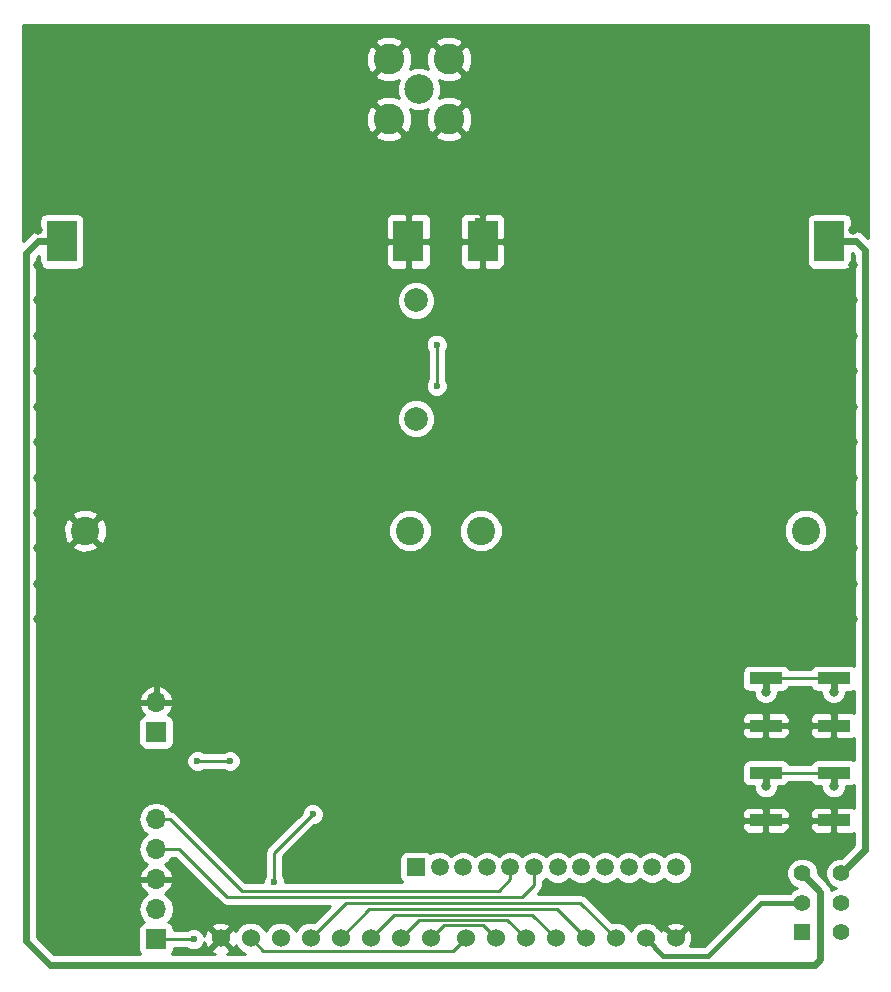
<source format=gbr>
G04 #@! TF.FileFunction,Copper,L2,Bot,Signal*
%FSLAX46Y46*%
G04 Gerber Fmt 4.6, Leading zero omitted, Abs format (unit mm)*
G04 Created by KiCad (PCBNEW 4.0.7) date 01/28/18 20:20:08*
%MOMM*%
%LPD*%
G01*
G04 APERTURE LIST*
%ADD10C,0.100000*%
%ADD11C,0.800000*%
%ADD12R,1.500000X1.500000*%
%ADD13C,1.500000*%
%ADD14R,2.750000X1.000000*%
%ADD15C,2.000000*%
%ADD16C,2.400000*%
%ADD17R,2.540000X3.510000*%
%ADD18R,1.700000X1.700000*%
%ADD19O,1.700000X1.700000*%
%ADD20R,1.400000X1.400000*%
%ADD21C,1.400000*%
%ADD22C,1.524000*%
%ADD23C,2.500000*%
%ADD24C,2.600000*%
%ADD25C,0.600000*%
%ADD26C,0.600000*%
%ADD27C,0.250000*%
%ADD28C,0.450000*%
%ADD29C,0.254000*%
G04 APERTURE END LIST*
D10*
D11*
X206000000Y-103000000D03*
X206000000Y-100000000D03*
X206000000Y-97000000D03*
X206000000Y-94000000D03*
X206000000Y-91000000D03*
X206000000Y-88000000D03*
X206000000Y-85000000D03*
X206000000Y-82000000D03*
X206000000Y-79000000D03*
X206000000Y-76000000D03*
X206000000Y-73000000D03*
X206000000Y-70000000D03*
X206000000Y-67000000D03*
X206000000Y-64000000D03*
X206000000Y-61000000D03*
X206000000Y-58000000D03*
X137000000Y-103000000D03*
X151000000Y-53000000D03*
X166000000Y-53000000D03*
X184000000Y-53000000D03*
X205000000Y-53000000D03*
X187000000Y-105000000D03*
X137000000Y-100000000D03*
X154000000Y-53000000D03*
X169000000Y-53000000D03*
X181000000Y-53000000D03*
X202000000Y-53000000D03*
X190000000Y-105000000D03*
X137000000Y-97000000D03*
X139000000Y-53000000D03*
X163000000Y-53000000D03*
X178000000Y-53000000D03*
X199000000Y-53000000D03*
X193000000Y-105000000D03*
X137000000Y-94000000D03*
X137000000Y-61000000D03*
X157000000Y-53000000D03*
X175000000Y-53000000D03*
X196000000Y-53000000D03*
X196000000Y-105000000D03*
X137000000Y-91000000D03*
X137000000Y-70000000D03*
X142000000Y-53000000D03*
X172000000Y-53000000D03*
X193000000Y-53000000D03*
X199000000Y-105000000D03*
X181000000Y-105000000D03*
X137000000Y-88000000D03*
X137000000Y-73000000D03*
X137000000Y-55000000D03*
X160000000Y-53000000D03*
X190000000Y-53000000D03*
X202000000Y-105000000D03*
X175000000Y-105000000D03*
X137000000Y-85000000D03*
X137000000Y-76000000D03*
X137000000Y-64000000D03*
X145000000Y-53000000D03*
X187000000Y-53000000D03*
X205000000Y-105000000D03*
X169000000Y-105000000D03*
X137000000Y-82000000D03*
X137000000Y-79000000D03*
X137000000Y-67000000D03*
X137000000Y-58000000D03*
X148000000Y-53000000D03*
X206000000Y-55000000D03*
X184000000Y-105000000D03*
X138000000Y-105000000D03*
X141000000Y-105000000D03*
X144000000Y-105000000D03*
X150000000Y-105000000D03*
X162000000Y-105000000D03*
X159000000Y-105000000D03*
X156000000Y-105000000D03*
X147000000Y-105000000D03*
D12*
X169000000Y-124000000D03*
D13*
X171000000Y-124000000D03*
X173000000Y-124000000D03*
X175000000Y-124000000D03*
X177000000Y-124000000D03*
X179000000Y-124000000D03*
X181000000Y-124000000D03*
X183000000Y-124000000D03*
X185000000Y-124000000D03*
X187000000Y-124000000D03*
X189000000Y-124000000D03*
X191000000Y-124000000D03*
D14*
X198625000Y-112000000D03*
X204375000Y-112000000D03*
X204375000Y-108000000D03*
X198625000Y-108000000D03*
D15*
X169000000Y-76000000D03*
X169000000Y-86000000D03*
D16*
X202000000Y-95500000D03*
X174500000Y-95500000D03*
D17*
X139000000Y-71000000D03*
X168360000Y-71000000D03*
X174640000Y-71000000D03*
X204000000Y-71000000D03*
D18*
X147000000Y-130080000D03*
D19*
X147000000Y-127540000D03*
X147000000Y-125000000D03*
X147000000Y-122460000D03*
X147000000Y-119920000D03*
D16*
X168500000Y-95500000D03*
X141000000Y-95500000D03*
D14*
X198625000Y-120000000D03*
X204375000Y-120000000D03*
X204375000Y-116000000D03*
X198625000Y-116000000D03*
D20*
X201700000Y-129500000D03*
D21*
X201700000Y-127000000D03*
X201700000Y-124500000D03*
X205000000Y-129500000D03*
X205000000Y-127000000D03*
X205000000Y-124500000D03*
D11*
X153000000Y-105000000D03*
D22*
X190990000Y-130000000D03*
X188450000Y-130000000D03*
X185910000Y-130000000D03*
X183370000Y-130000000D03*
X180830000Y-130000000D03*
X178290000Y-130000000D03*
X175750000Y-130000000D03*
X173210000Y-130000000D03*
X170240000Y-130000000D03*
X167700000Y-130000000D03*
X165160000Y-130000000D03*
X162620000Y-130000000D03*
X160080000Y-130000000D03*
X157540000Y-130000000D03*
X155000000Y-130000000D03*
X152460000Y-130000000D03*
D18*
X147000000Y-112540000D03*
D19*
X147000000Y-110000000D03*
D23*
X169250000Y-58110000D03*
D24*
X171790000Y-55570000D03*
X166710000Y-55570000D03*
X166710000Y-60650000D03*
X171790000Y-60650000D03*
D11*
X204375000Y-118875000D03*
X198625000Y-118875000D03*
X204375000Y-110875000D03*
X173750000Y-74750000D03*
D25*
X174250000Y-69250000D03*
D11*
X198625000Y-110875000D03*
X156425000Y-120575000D03*
X160250000Y-121500000D03*
X198650000Y-63800000D03*
D25*
X165651699Y-72500982D03*
X203400000Y-82150000D03*
X203250000Y-80500000D03*
X177750000Y-81500000D03*
D11*
X181300000Y-76450000D03*
X185400000Y-76600000D03*
X191100000Y-81350000D03*
X191350000Y-77150000D03*
X203250000Y-85500000D03*
X194000000Y-74250000D03*
X195200000Y-70950000D03*
X201600000Y-67350000D03*
X165300000Y-66200000D03*
X173500000Y-64000000D03*
X181800000Y-55800000D03*
D25*
X170750000Y-79750000D03*
X170750000Y-83250000D03*
X150500000Y-115000000D03*
X153250000Y-115000000D03*
X150170000Y-130080000D03*
X157000000Y-125250000D03*
X160250000Y-119500000D03*
D11*
X204375000Y-109125000D03*
X198625000Y-109125000D03*
X204375000Y-117125000D03*
X198625000Y-117125000D03*
D26*
X204375000Y-118875000D02*
X204375000Y-120000000D01*
X198625000Y-120000000D02*
X198625000Y-118875000D01*
X204375000Y-112000000D02*
X204375000Y-110875000D01*
X198625000Y-112000000D02*
X198625000Y-110875000D01*
X139000000Y-72000000D02*
X138000000Y-71000000D01*
X138000000Y-71000000D02*
X137000000Y-71000000D01*
X137000000Y-71000000D02*
X136000000Y-72000000D01*
X136000000Y-72000000D02*
X136000000Y-130250000D01*
X202750000Y-132250000D02*
X203250000Y-131750000D01*
X136000000Y-130250000D02*
X138000000Y-132250000D01*
X138000000Y-132250000D02*
X202750000Y-132250000D01*
X203250000Y-131750000D02*
X203250000Y-126050000D01*
X203250000Y-126050000D02*
X201700000Y-124500000D01*
X204000000Y-72000000D02*
X205000000Y-71000000D01*
X205000000Y-71000000D02*
X206250000Y-71000000D01*
X206250000Y-71000000D02*
X207000000Y-71750000D01*
X207000000Y-122500000D02*
X205000000Y-124500000D01*
X207000000Y-71750000D02*
X207000000Y-122500000D01*
D27*
X170750000Y-83250000D02*
X170750000Y-79750000D01*
X150500000Y-115000000D02*
X153250000Y-115000000D01*
X147000000Y-130080000D02*
X150170000Y-130080000D01*
D28*
X201700000Y-127000000D02*
X198250000Y-127000000D01*
X189950000Y-131500000D02*
X188450000Y-130000000D01*
X193750000Y-131500000D02*
X189950000Y-131500000D01*
X198250000Y-127000000D02*
X193750000Y-131500000D01*
D27*
X176000000Y-126000000D02*
X177000000Y-125000000D01*
X177000000Y-125000000D02*
X177000000Y-124000000D01*
X154250000Y-126000000D02*
X176000000Y-126000000D01*
X148170000Y-119920000D02*
X154250000Y-126000000D01*
X147000000Y-119920000D02*
X148170000Y-119920000D01*
X178000000Y-126500000D02*
X179000000Y-125500000D01*
X179000000Y-125500000D02*
X179000000Y-124000000D01*
X153000000Y-126500000D02*
X178000000Y-126500000D01*
X148960000Y-122460000D02*
X153000000Y-126500000D01*
X147000000Y-122460000D02*
X148960000Y-122460000D01*
X170240000Y-130000000D02*
X170250000Y-130000000D01*
X170250000Y-130000000D02*
X171337001Y-128912999D01*
X171337001Y-128912999D02*
X174662999Y-128912999D01*
X174662999Y-128912999D02*
X174988001Y-129238001D01*
X174988001Y-129238001D02*
X175750000Y-130000000D01*
X178290000Y-130000000D02*
X176752989Y-128462989D01*
X176752989Y-128462989D02*
X169237011Y-128462989D01*
X169237011Y-128462989D02*
X167700000Y-130000000D01*
X180830000Y-130000000D02*
X178842983Y-128012983D01*
X165921999Y-129238001D02*
X165160000Y-130000000D01*
X178842983Y-128012983D02*
X167147017Y-128012983D01*
X167147017Y-128012983D02*
X165921999Y-129238001D01*
X162620000Y-130000000D02*
X165057034Y-127562966D01*
X165057034Y-127562966D02*
X180932966Y-127562966D01*
X180932966Y-127562966D02*
X183370000Y-130000000D01*
X185910000Y-130000000D02*
X182934955Y-127024956D01*
X182934955Y-127024956D02*
X163055044Y-127024956D01*
X163055044Y-127024956D02*
X160841999Y-129238001D01*
X160841999Y-129238001D02*
X160080000Y-130000000D01*
X157000000Y-125250000D02*
X157000000Y-122750000D01*
X157000000Y-122750000D02*
X160250000Y-119500000D01*
X155000000Y-130000000D02*
X156087001Y-131087001D01*
X156087001Y-131087001D02*
X172122999Y-131087001D01*
X172122999Y-131087001D02*
X172448001Y-130761999D01*
X172448001Y-130761999D02*
X173210000Y-130000000D01*
D26*
X204375000Y-108000000D02*
X204375000Y-109125000D01*
D27*
X198625000Y-108000000D02*
X204375000Y-108000000D01*
D26*
X198625000Y-109125000D02*
X198625000Y-108000000D01*
D27*
X198625000Y-116000000D02*
X204375000Y-116000000D01*
D26*
X204375000Y-116000000D02*
X204375000Y-117125000D01*
X198625000Y-116000000D02*
X198625000Y-117125000D01*
D29*
G36*
X207290000Y-70717710D02*
X206911145Y-70338855D01*
X206607809Y-70136173D01*
X206250000Y-70065000D01*
X205917440Y-70065000D01*
X205917440Y-69245000D01*
X205873162Y-69009683D01*
X205734090Y-68793559D01*
X205521890Y-68648569D01*
X205270000Y-68597560D01*
X202730000Y-68597560D01*
X202494683Y-68641838D01*
X202278559Y-68780910D01*
X202133569Y-68993110D01*
X202082560Y-69245000D01*
X202082560Y-72755000D01*
X202126838Y-72990317D01*
X202265910Y-73206441D01*
X202478110Y-73351431D01*
X202730000Y-73402440D01*
X205270000Y-73402440D01*
X205505317Y-73358162D01*
X205721441Y-73219090D01*
X205866431Y-73006890D01*
X205917440Y-72755000D01*
X205917440Y-71989730D01*
X206065000Y-72137290D01*
X206065000Y-106946690D01*
X206001890Y-106903569D01*
X205750000Y-106852560D01*
X203000000Y-106852560D01*
X202764683Y-106896838D01*
X202548559Y-107035910D01*
X202409110Y-107240000D01*
X200587279Y-107240000D01*
X200464090Y-107048559D01*
X200251890Y-106903569D01*
X200000000Y-106852560D01*
X197250000Y-106852560D01*
X197014683Y-106896838D01*
X196798559Y-107035910D01*
X196653569Y-107248110D01*
X196602560Y-107500000D01*
X196602560Y-108500000D01*
X196646838Y-108735317D01*
X196785910Y-108951441D01*
X196998110Y-109096431D01*
X197250000Y-109147440D01*
X197589980Y-109147440D01*
X197589821Y-109329971D01*
X197747058Y-109710515D01*
X198037954Y-110001919D01*
X198418223Y-110159820D01*
X198829971Y-110160179D01*
X199210515Y-110002942D01*
X199501919Y-109712046D01*
X199659820Y-109331777D01*
X199659981Y-109147440D01*
X200000000Y-109147440D01*
X200235317Y-109103162D01*
X200451441Y-108964090D01*
X200590890Y-108760000D01*
X202412721Y-108760000D01*
X202535910Y-108951441D01*
X202748110Y-109096431D01*
X203000000Y-109147440D01*
X203339980Y-109147440D01*
X203339821Y-109329971D01*
X203497058Y-109710515D01*
X203787954Y-110001919D01*
X204168223Y-110159820D01*
X204579971Y-110160179D01*
X204960515Y-110002942D01*
X205251919Y-109712046D01*
X205409820Y-109331777D01*
X205409981Y-109147440D01*
X205750000Y-109147440D01*
X205985317Y-109103162D01*
X206065000Y-109051887D01*
X206065000Y-110943158D01*
X205876309Y-110865000D01*
X204660750Y-110865000D01*
X204502000Y-111023750D01*
X204502000Y-111873000D01*
X204522000Y-111873000D01*
X204522000Y-112127000D01*
X204502000Y-112127000D01*
X204502000Y-112976250D01*
X204660750Y-113135000D01*
X205876309Y-113135000D01*
X206065000Y-113056842D01*
X206065000Y-114946690D01*
X206001890Y-114903569D01*
X205750000Y-114852560D01*
X203000000Y-114852560D01*
X202764683Y-114896838D01*
X202548559Y-115035910D01*
X202409110Y-115240000D01*
X200587279Y-115240000D01*
X200464090Y-115048559D01*
X200251890Y-114903569D01*
X200000000Y-114852560D01*
X197250000Y-114852560D01*
X197014683Y-114896838D01*
X196798559Y-115035910D01*
X196653569Y-115248110D01*
X196602560Y-115500000D01*
X196602560Y-116500000D01*
X196646838Y-116735317D01*
X196785910Y-116951441D01*
X196998110Y-117096431D01*
X197250000Y-117147440D01*
X197589980Y-117147440D01*
X197589821Y-117329971D01*
X197747058Y-117710515D01*
X198037954Y-118001919D01*
X198418223Y-118159820D01*
X198829971Y-118160179D01*
X199210515Y-118002942D01*
X199501919Y-117712046D01*
X199659820Y-117331777D01*
X199659981Y-117147440D01*
X200000000Y-117147440D01*
X200235317Y-117103162D01*
X200451441Y-116964090D01*
X200590890Y-116760000D01*
X202412721Y-116760000D01*
X202535910Y-116951441D01*
X202748110Y-117096431D01*
X203000000Y-117147440D01*
X203339980Y-117147440D01*
X203339821Y-117329971D01*
X203497058Y-117710515D01*
X203787954Y-118001919D01*
X204168223Y-118159820D01*
X204579971Y-118160179D01*
X204960515Y-118002942D01*
X205251919Y-117712046D01*
X205409820Y-117331777D01*
X205409981Y-117147440D01*
X205750000Y-117147440D01*
X205985317Y-117103162D01*
X206065000Y-117051887D01*
X206065000Y-118943158D01*
X205876309Y-118865000D01*
X204660750Y-118865000D01*
X204502000Y-119023750D01*
X204502000Y-119873000D01*
X204522000Y-119873000D01*
X204522000Y-120127000D01*
X204502000Y-120127000D01*
X204502000Y-120976250D01*
X204660750Y-121135000D01*
X205876309Y-121135000D01*
X206065000Y-121056842D01*
X206065000Y-122112710D01*
X205012699Y-123165011D01*
X204735617Y-123164769D01*
X204244771Y-123367582D01*
X203868902Y-123742796D01*
X203665232Y-124233287D01*
X203664769Y-124764383D01*
X203867582Y-125255229D01*
X204242796Y-125631098D01*
X204529242Y-125750041D01*
X204244771Y-125867582D01*
X204164628Y-125947585D01*
X204113827Y-125692191D01*
X203911145Y-125388855D01*
X203034989Y-124512699D01*
X203035231Y-124235617D01*
X202832418Y-123744771D01*
X202457204Y-123368902D01*
X201966713Y-123165232D01*
X201435617Y-123164769D01*
X200944771Y-123367582D01*
X200568902Y-123742796D01*
X200365232Y-124233287D01*
X200364769Y-124764383D01*
X200567582Y-125255229D01*
X200942796Y-125631098D01*
X201229242Y-125750041D01*
X200944771Y-125867582D01*
X200671877Y-126140000D01*
X198250000Y-126140000D01*
X197920892Y-126205464D01*
X197831856Y-126264956D01*
X197641888Y-126391888D01*
X193393776Y-130640000D01*
X192244914Y-130640000D01*
X192399144Y-130207698D01*
X192371362Y-129652632D01*
X192212397Y-129268857D01*
X191970213Y-129199392D01*
X191169605Y-130000000D01*
X191183748Y-130014143D01*
X191004143Y-130193748D01*
X190990000Y-130179605D01*
X190975858Y-130193748D01*
X190796253Y-130014143D01*
X190810395Y-130000000D01*
X190009787Y-129199392D01*
X189767603Y-129268857D01*
X189717491Y-129409318D01*
X189635010Y-129209697D01*
X189445432Y-129019787D01*
X190189392Y-129019787D01*
X190990000Y-129820395D01*
X191790608Y-129019787D01*
X191721143Y-128777603D01*
X191197698Y-128590856D01*
X190642632Y-128618638D01*
X190258857Y-128777603D01*
X190189392Y-129019787D01*
X189445432Y-129019787D01*
X189242370Y-128816371D01*
X188729100Y-128603243D01*
X188173339Y-128602758D01*
X187659697Y-128814990D01*
X187266371Y-129207630D01*
X187180051Y-129415512D01*
X187095010Y-129209697D01*
X186702370Y-128816371D01*
X186189100Y-128603243D01*
X185633339Y-128602758D01*
X185600945Y-128616143D01*
X183472356Y-126487555D01*
X183225794Y-126322808D01*
X182934955Y-126264956D01*
X179309846Y-126264956D01*
X179537401Y-126037401D01*
X179702148Y-125790839D01*
X179760000Y-125500000D01*
X179760000Y-125184547D01*
X179783515Y-125174831D01*
X180000036Y-124958687D01*
X180214436Y-125173461D01*
X180723298Y-125384759D01*
X181274285Y-125385240D01*
X181783515Y-125174831D01*
X182000036Y-124958687D01*
X182214436Y-125173461D01*
X182723298Y-125384759D01*
X183274285Y-125385240D01*
X183783515Y-125174831D01*
X184000036Y-124958687D01*
X184214436Y-125173461D01*
X184723298Y-125384759D01*
X185274285Y-125385240D01*
X185783515Y-125174831D01*
X186000036Y-124958687D01*
X186214436Y-125173461D01*
X186723298Y-125384759D01*
X187274285Y-125385240D01*
X187783515Y-125174831D01*
X188000036Y-124958687D01*
X188214436Y-125173461D01*
X188723298Y-125384759D01*
X189274285Y-125385240D01*
X189783515Y-125174831D01*
X190000036Y-124958687D01*
X190214436Y-125173461D01*
X190723298Y-125384759D01*
X191274285Y-125385240D01*
X191783515Y-125174831D01*
X192173461Y-124785564D01*
X192384759Y-124276702D01*
X192385240Y-123725715D01*
X192174831Y-123216485D01*
X191785564Y-122826539D01*
X191276702Y-122615241D01*
X190725715Y-122614760D01*
X190216485Y-122825169D01*
X189999964Y-123041313D01*
X189785564Y-122826539D01*
X189276702Y-122615241D01*
X188725715Y-122614760D01*
X188216485Y-122825169D01*
X187999964Y-123041313D01*
X187785564Y-122826539D01*
X187276702Y-122615241D01*
X186725715Y-122614760D01*
X186216485Y-122825169D01*
X185999964Y-123041313D01*
X185785564Y-122826539D01*
X185276702Y-122615241D01*
X184725715Y-122614760D01*
X184216485Y-122825169D01*
X183999964Y-123041313D01*
X183785564Y-122826539D01*
X183276702Y-122615241D01*
X182725715Y-122614760D01*
X182216485Y-122825169D01*
X181999964Y-123041313D01*
X181785564Y-122826539D01*
X181276702Y-122615241D01*
X180725715Y-122614760D01*
X180216485Y-122825169D01*
X179999964Y-123041313D01*
X179785564Y-122826539D01*
X179276702Y-122615241D01*
X178725715Y-122614760D01*
X178216485Y-122825169D01*
X177999964Y-123041313D01*
X177785564Y-122826539D01*
X177276702Y-122615241D01*
X176725715Y-122614760D01*
X176216485Y-122825169D01*
X175999964Y-123041313D01*
X175785564Y-122826539D01*
X175276702Y-122615241D01*
X174725715Y-122614760D01*
X174216485Y-122825169D01*
X173999964Y-123041313D01*
X173785564Y-122826539D01*
X173276702Y-122615241D01*
X172725715Y-122614760D01*
X172216485Y-122825169D01*
X171999964Y-123041313D01*
X171785564Y-122826539D01*
X171276702Y-122615241D01*
X170725715Y-122614760D01*
X170228120Y-122820362D01*
X170214090Y-122798559D01*
X170001890Y-122653569D01*
X169750000Y-122602560D01*
X168250000Y-122602560D01*
X168014683Y-122646838D01*
X167798559Y-122785910D01*
X167653569Y-122998110D01*
X167602560Y-123250000D01*
X167602560Y-124750000D01*
X167646838Y-124985317D01*
X167785910Y-125201441D01*
X167842343Y-125240000D01*
X157935009Y-125240000D01*
X157935162Y-125064833D01*
X157793117Y-124721057D01*
X157760000Y-124687882D01*
X157760000Y-123064802D01*
X160389680Y-120435122D01*
X160435167Y-120435162D01*
X160778943Y-120293117D01*
X160786322Y-120285750D01*
X196615000Y-120285750D01*
X196615000Y-120626310D01*
X196711673Y-120859699D01*
X196890302Y-121038327D01*
X197123691Y-121135000D01*
X198339250Y-121135000D01*
X198498000Y-120976250D01*
X198498000Y-120127000D01*
X198752000Y-120127000D01*
X198752000Y-120976250D01*
X198910750Y-121135000D01*
X200126309Y-121135000D01*
X200359698Y-121038327D01*
X200538327Y-120859699D01*
X200635000Y-120626310D01*
X200635000Y-120285750D01*
X202365000Y-120285750D01*
X202365000Y-120626310D01*
X202461673Y-120859699D01*
X202640302Y-121038327D01*
X202873691Y-121135000D01*
X204089250Y-121135000D01*
X204248000Y-120976250D01*
X204248000Y-120127000D01*
X202523750Y-120127000D01*
X202365000Y-120285750D01*
X200635000Y-120285750D01*
X200476250Y-120127000D01*
X198752000Y-120127000D01*
X198498000Y-120127000D01*
X196773750Y-120127000D01*
X196615000Y-120285750D01*
X160786322Y-120285750D01*
X161042192Y-120030327D01*
X161184838Y-119686799D01*
X161185110Y-119373690D01*
X196615000Y-119373690D01*
X196615000Y-119714250D01*
X196773750Y-119873000D01*
X198498000Y-119873000D01*
X198498000Y-119023750D01*
X198752000Y-119023750D01*
X198752000Y-119873000D01*
X200476250Y-119873000D01*
X200635000Y-119714250D01*
X200635000Y-119373690D01*
X202365000Y-119373690D01*
X202365000Y-119714250D01*
X202523750Y-119873000D01*
X204248000Y-119873000D01*
X204248000Y-119023750D01*
X204089250Y-118865000D01*
X202873691Y-118865000D01*
X202640302Y-118961673D01*
X202461673Y-119140301D01*
X202365000Y-119373690D01*
X200635000Y-119373690D01*
X200538327Y-119140301D01*
X200359698Y-118961673D01*
X200126309Y-118865000D01*
X198910750Y-118865000D01*
X198752000Y-119023750D01*
X198498000Y-119023750D01*
X198339250Y-118865000D01*
X197123691Y-118865000D01*
X196890302Y-118961673D01*
X196711673Y-119140301D01*
X196615000Y-119373690D01*
X161185110Y-119373690D01*
X161185162Y-119314833D01*
X161043117Y-118971057D01*
X160780327Y-118707808D01*
X160436799Y-118565162D01*
X160064833Y-118564838D01*
X159721057Y-118706883D01*
X159457808Y-118969673D01*
X159315162Y-119313201D01*
X159315121Y-119360077D01*
X156462599Y-122212599D01*
X156297852Y-122459161D01*
X156240000Y-122750000D01*
X156240000Y-124687537D01*
X156207808Y-124719673D01*
X156065162Y-125063201D01*
X156065008Y-125240000D01*
X154564802Y-125240000D01*
X148707401Y-119382599D01*
X148460839Y-119217852D01*
X148288736Y-119183618D01*
X148079147Y-118869946D01*
X147597378Y-118548039D01*
X147029093Y-118435000D01*
X146970907Y-118435000D01*
X146402622Y-118548039D01*
X145920853Y-118869946D01*
X145598946Y-119351715D01*
X145485907Y-119920000D01*
X145598946Y-120488285D01*
X145920853Y-120970054D01*
X146250026Y-121190000D01*
X145920853Y-121409946D01*
X145598946Y-121891715D01*
X145485907Y-122460000D01*
X145598946Y-123028285D01*
X145920853Y-123510054D01*
X146261553Y-123737702D01*
X146118642Y-123804817D01*
X145728355Y-124233076D01*
X145558524Y-124643110D01*
X145679845Y-124873000D01*
X146873000Y-124873000D01*
X146873000Y-124853000D01*
X147127000Y-124853000D01*
X147127000Y-124873000D01*
X148320155Y-124873000D01*
X148441476Y-124643110D01*
X148271645Y-124233076D01*
X147881358Y-123804817D01*
X147738447Y-123737702D01*
X148079147Y-123510054D01*
X148272954Y-123220000D01*
X148645198Y-123220000D01*
X152462599Y-127037401D01*
X152709161Y-127202148D01*
X153000000Y-127260000D01*
X161745198Y-127260000D01*
X160389381Y-128615817D01*
X160359100Y-128603243D01*
X159803339Y-128602758D01*
X159289697Y-128814990D01*
X158896371Y-129207630D01*
X158810051Y-129415512D01*
X158725010Y-129209697D01*
X158332370Y-128816371D01*
X157819100Y-128603243D01*
X157263339Y-128602758D01*
X156749697Y-128814990D01*
X156356371Y-129207630D01*
X156270051Y-129415512D01*
X156185010Y-129209697D01*
X155792370Y-128816371D01*
X155279100Y-128603243D01*
X154723339Y-128602758D01*
X154209697Y-128814990D01*
X153816371Y-129207630D01*
X153736605Y-129399727D01*
X153682397Y-129268857D01*
X153440213Y-129199392D01*
X152639605Y-130000000D01*
X153440213Y-130800608D01*
X153682397Y-130731143D01*
X153732509Y-130590682D01*
X153814990Y-130790303D01*
X154207630Y-131183629D01*
X154524007Y-131315000D01*
X152967580Y-131315000D01*
X153191143Y-131222397D01*
X153260608Y-130980213D01*
X152460000Y-130179605D01*
X151659392Y-130980213D01*
X151728857Y-131222397D01*
X151988420Y-131315000D01*
X148355481Y-131315000D01*
X148446431Y-131181890D01*
X148497440Y-130930000D01*
X148497440Y-130840000D01*
X149607537Y-130840000D01*
X149639673Y-130872192D01*
X149983201Y-131014838D01*
X150355167Y-131015162D01*
X150698943Y-130873117D01*
X150962192Y-130610327D01*
X151077858Y-130331775D01*
X151078638Y-130347368D01*
X151237603Y-130731143D01*
X151479787Y-130800608D01*
X152280395Y-130000000D01*
X151479787Y-129199392D01*
X151237603Y-129268857D01*
X151056389Y-129776793D01*
X150963117Y-129551057D01*
X150700327Y-129287808D01*
X150356799Y-129145162D01*
X149984833Y-129144838D01*
X149641057Y-129286883D01*
X149607882Y-129320000D01*
X148497440Y-129320000D01*
X148497440Y-129230000D01*
X148457886Y-129019787D01*
X151659392Y-129019787D01*
X152460000Y-129820395D01*
X153260608Y-129019787D01*
X153191143Y-128777603D01*
X152667698Y-128590856D01*
X152112632Y-128618638D01*
X151728857Y-128777603D01*
X151659392Y-129019787D01*
X148457886Y-129019787D01*
X148453162Y-128994683D01*
X148314090Y-128778559D01*
X148101890Y-128633569D01*
X148034459Y-128619914D01*
X148079147Y-128590054D01*
X148401054Y-128108285D01*
X148514093Y-127540000D01*
X148401054Y-126971715D01*
X148079147Y-126489946D01*
X147738447Y-126262298D01*
X147881358Y-126195183D01*
X148271645Y-125766924D01*
X148441476Y-125356890D01*
X148320155Y-125127000D01*
X147127000Y-125127000D01*
X147127000Y-125147000D01*
X146873000Y-125147000D01*
X146873000Y-125127000D01*
X145679845Y-125127000D01*
X145558524Y-125356890D01*
X145728355Y-125766924D01*
X146118642Y-126195183D01*
X146261553Y-126262298D01*
X145920853Y-126489946D01*
X145598946Y-126971715D01*
X145485907Y-127540000D01*
X145598946Y-128108285D01*
X145920853Y-128590054D01*
X145962452Y-128617850D01*
X145914683Y-128626838D01*
X145698559Y-128765910D01*
X145553569Y-128978110D01*
X145502560Y-129230000D01*
X145502560Y-130930000D01*
X145546838Y-131165317D01*
X145643156Y-131315000D01*
X138387290Y-131315000D01*
X136935000Y-129862710D01*
X136935000Y-115185167D01*
X149564838Y-115185167D01*
X149706883Y-115528943D01*
X149969673Y-115792192D01*
X150313201Y-115934838D01*
X150685167Y-115935162D01*
X151028943Y-115793117D01*
X151062118Y-115760000D01*
X152687537Y-115760000D01*
X152719673Y-115792192D01*
X153063201Y-115934838D01*
X153435167Y-115935162D01*
X153778943Y-115793117D01*
X154042192Y-115530327D01*
X154184838Y-115186799D01*
X154185162Y-114814833D01*
X154043117Y-114471057D01*
X153780327Y-114207808D01*
X153436799Y-114065162D01*
X153064833Y-114064838D01*
X152721057Y-114206883D01*
X152687882Y-114240000D01*
X151062463Y-114240000D01*
X151030327Y-114207808D01*
X150686799Y-114065162D01*
X150314833Y-114064838D01*
X149971057Y-114206883D01*
X149707808Y-114469673D01*
X149565162Y-114813201D01*
X149564838Y-115185167D01*
X136935000Y-115185167D01*
X136935000Y-111690000D01*
X145502560Y-111690000D01*
X145502560Y-113390000D01*
X145546838Y-113625317D01*
X145685910Y-113841441D01*
X145898110Y-113986431D01*
X146150000Y-114037440D01*
X147850000Y-114037440D01*
X148085317Y-113993162D01*
X148301441Y-113854090D01*
X148446431Y-113641890D01*
X148497440Y-113390000D01*
X148497440Y-112285750D01*
X196615000Y-112285750D01*
X196615000Y-112626310D01*
X196711673Y-112859699D01*
X196890302Y-113038327D01*
X197123691Y-113135000D01*
X198339250Y-113135000D01*
X198498000Y-112976250D01*
X198498000Y-112127000D01*
X198752000Y-112127000D01*
X198752000Y-112976250D01*
X198910750Y-113135000D01*
X200126309Y-113135000D01*
X200359698Y-113038327D01*
X200538327Y-112859699D01*
X200635000Y-112626310D01*
X200635000Y-112285750D01*
X202365000Y-112285750D01*
X202365000Y-112626310D01*
X202461673Y-112859699D01*
X202640302Y-113038327D01*
X202873691Y-113135000D01*
X204089250Y-113135000D01*
X204248000Y-112976250D01*
X204248000Y-112127000D01*
X202523750Y-112127000D01*
X202365000Y-112285750D01*
X200635000Y-112285750D01*
X200476250Y-112127000D01*
X198752000Y-112127000D01*
X198498000Y-112127000D01*
X196773750Y-112127000D01*
X196615000Y-112285750D01*
X148497440Y-112285750D01*
X148497440Y-111690000D01*
X148453162Y-111454683D01*
X148401045Y-111373690D01*
X196615000Y-111373690D01*
X196615000Y-111714250D01*
X196773750Y-111873000D01*
X198498000Y-111873000D01*
X198498000Y-111023750D01*
X198752000Y-111023750D01*
X198752000Y-111873000D01*
X200476250Y-111873000D01*
X200635000Y-111714250D01*
X200635000Y-111373690D01*
X202365000Y-111373690D01*
X202365000Y-111714250D01*
X202523750Y-111873000D01*
X204248000Y-111873000D01*
X204248000Y-111023750D01*
X204089250Y-110865000D01*
X202873691Y-110865000D01*
X202640302Y-110961673D01*
X202461673Y-111140301D01*
X202365000Y-111373690D01*
X200635000Y-111373690D01*
X200538327Y-111140301D01*
X200359698Y-110961673D01*
X200126309Y-110865000D01*
X198910750Y-110865000D01*
X198752000Y-111023750D01*
X198498000Y-111023750D01*
X198339250Y-110865000D01*
X197123691Y-110865000D01*
X196890302Y-110961673D01*
X196711673Y-111140301D01*
X196615000Y-111373690D01*
X148401045Y-111373690D01*
X148314090Y-111238559D01*
X148101890Y-111093569D01*
X147993893Y-111071699D01*
X148271645Y-110766924D01*
X148441476Y-110356890D01*
X148320155Y-110127000D01*
X147127000Y-110127000D01*
X147127000Y-110147000D01*
X146873000Y-110147000D01*
X146873000Y-110127000D01*
X145679845Y-110127000D01*
X145558524Y-110356890D01*
X145728355Y-110766924D01*
X146004501Y-111069937D01*
X145914683Y-111086838D01*
X145698559Y-111225910D01*
X145553569Y-111438110D01*
X145502560Y-111690000D01*
X136935000Y-111690000D01*
X136935000Y-109643110D01*
X145558524Y-109643110D01*
X145679845Y-109873000D01*
X146873000Y-109873000D01*
X146873000Y-108679181D01*
X147127000Y-108679181D01*
X147127000Y-109873000D01*
X148320155Y-109873000D01*
X148441476Y-109643110D01*
X148271645Y-109233076D01*
X147881358Y-108804817D01*
X147356892Y-108558514D01*
X147127000Y-108679181D01*
X146873000Y-108679181D01*
X146643108Y-108558514D01*
X146118642Y-108804817D01*
X145728355Y-109233076D01*
X145558524Y-109643110D01*
X136935000Y-109643110D01*
X136935000Y-96797175D01*
X139882430Y-96797175D01*
X140005565Y-97084788D01*
X140687734Y-97344707D01*
X141417443Y-97323786D01*
X141994435Y-97084788D01*
X142117570Y-96797175D01*
X141000000Y-95679605D01*
X139882430Y-96797175D01*
X136935000Y-96797175D01*
X136935000Y-95187734D01*
X139155293Y-95187734D01*
X139176214Y-95917443D01*
X139415212Y-96494435D01*
X139702825Y-96617570D01*
X140820395Y-95500000D01*
X141179605Y-95500000D01*
X142297175Y-96617570D01*
X142584788Y-96494435D01*
X142825222Y-95863403D01*
X166664682Y-95863403D01*
X166943455Y-96538086D01*
X167459199Y-97054730D01*
X168133395Y-97334681D01*
X168863403Y-97335318D01*
X169538086Y-97056545D01*
X170054730Y-96540801D01*
X170334681Y-95866605D01*
X170334683Y-95863403D01*
X172664682Y-95863403D01*
X172943455Y-96538086D01*
X173459199Y-97054730D01*
X174133395Y-97334681D01*
X174863403Y-97335318D01*
X175538086Y-97056545D01*
X176054730Y-96540801D01*
X176334681Y-95866605D01*
X176334683Y-95863403D01*
X200164682Y-95863403D01*
X200443455Y-96538086D01*
X200959199Y-97054730D01*
X201633395Y-97334681D01*
X202363403Y-97335318D01*
X203038086Y-97056545D01*
X203554730Y-96540801D01*
X203834681Y-95866605D01*
X203835318Y-95136597D01*
X203556545Y-94461914D01*
X203040801Y-93945270D01*
X202366605Y-93665319D01*
X201636597Y-93664682D01*
X200961914Y-93943455D01*
X200445270Y-94459199D01*
X200165319Y-95133395D01*
X200164682Y-95863403D01*
X176334683Y-95863403D01*
X176335318Y-95136597D01*
X176056545Y-94461914D01*
X175540801Y-93945270D01*
X174866605Y-93665319D01*
X174136597Y-93664682D01*
X173461914Y-93943455D01*
X172945270Y-94459199D01*
X172665319Y-95133395D01*
X172664682Y-95863403D01*
X170334683Y-95863403D01*
X170335318Y-95136597D01*
X170056545Y-94461914D01*
X169540801Y-93945270D01*
X168866605Y-93665319D01*
X168136597Y-93664682D01*
X167461914Y-93943455D01*
X166945270Y-94459199D01*
X166665319Y-95133395D01*
X166664682Y-95863403D01*
X142825222Y-95863403D01*
X142844707Y-95812266D01*
X142823786Y-95082557D01*
X142584788Y-94505565D01*
X142297175Y-94382430D01*
X141179605Y-95500000D01*
X140820395Y-95500000D01*
X139702825Y-94382430D01*
X139415212Y-94505565D01*
X139155293Y-95187734D01*
X136935000Y-95187734D01*
X136935000Y-94202825D01*
X139882430Y-94202825D01*
X141000000Y-95320395D01*
X142117570Y-94202825D01*
X141994435Y-93915212D01*
X141312266Y-93655293D01*
X140582557Y-93676214D01*
X140005565Y-93915212D01*
X139882430Y-94202825D01*
X136935000Y-94202825D01*
X136935000Y-86323795D01*
X167364716Y-86323795D01*
X167613106Y-86924943D01*
X168072637Y-87385278D01*
X168673352Y-87634716D01*
X169323795Y-87635284D01*
X169924943Y-87386894D01*
X170385278Y-86927363D01*
X170634716Y-86326648D01*
X170635284Y-85676205D01*
X170386894Y-85075057D01*
X169927363Y-84614722D01*
X169326648Y-84365284D01*
X168676205Y-84364716D01*
X168075057Y-84613106D01*
X167614722Y-85072637D01*
X167365284Y-85673352D01*
X167364716Y-86323795D01*
X136935000Y-86323795D01*
X136935000Y-79935167D01*
X169814838Y-79935167D01*
X169956883Y-80278943D01*
X169990000Y-80312118D01*
X169990000Y-82687537D01*
X169957808Y-82719673D01*
X169815162Y-83063201D01*
X169814838Y-83435167D01*
X169956883Y-83778943D01*
X170219673Y-84042192D01*
X170563201Y-84184838D01*
X170935167Y-84185162D01*
X171278943Y-84043117D01*
X171542192Y-83780327D01*
X171684838Y-83436799D01*
X171685162Y-83064833D01*
X171543117Y-82721057D01*
X171510000Y-82687882D01*
X171510000Y-80312463D01*
X171542192Y-80280327D01*
X171684838Y-79936799D01*
X171685162Y-79564833D01*
X171543117Y-79221057D01*
X171280327Y-78957808D01*
X170936799Y-78815162D01*
X170564833Y-78814838D01*
X170221057Y-78956883D01*
X169957808Y-79219673D01*
X169815162Y-79563201D01*
X169814838Y-79935167D01*
X136935000Y-79935167D01*
X136935000Y-76323795D01*
X167364716Y-76323795D01*
X167613106Y-76924943D01*
X168072637Y-77385278D01*
X168673352Y-77634716D01*
X169323795Y-77635284D01*
X169924943Y-77386894D01*
X170385278Y-76927363D01*
X170634716Y-76326648D01*
X170635284Y-75676205D01*
X170386894Y-75075057D01*
X169927363Y-74614722D01*
X169326648Y-74365284D01*
X168676205Y-74364716D01*
X168075057Y-74613106D01*
X167614722Y-75072637D01*
X167365284Y-75673352D01*
X167364716Y-76323795D01*
X136935000Y-76323795D01*
X136935000Y-72387290D01*
X137082560Y-72239730D01*
X137082560Y-72755000D01*
X137126838Y-72990317D01*
X137265910Y-73206441D01*
X137478110Y-73351431D01*
X137730000Y-73402440D01*
X140270000Y-73402440D01*
X140505317Y-73358162D01*
X140721441Y-73219090D01*
X140866431Y-73006890D01*
X140917440Y-72755000D01*
X140917440Y-71285750D01*
X166455000Y-71285750D01*
X166455000Y-72881310D01*
X166551673Y-73114699D01*
X166730302Y-73293327D01*
X166963691Y-73390000D01*
X168074250Y-73390000D01*
X168233000Y-73231250D01*
X168233000Y-71127000D01*
X168487000Y-71127000D01*
X168487000Y-73231250D01*
X168645750Y-73390000D01*
X169756309Y-73390000D01*
X169989698Y-73293327D01*
X170168327Y-73114699D01*
X170265000Y-72881310D01*
X170265000Y-71285750D01*
X172735000Y-71285750D01*
X172735000Y-72881310D01*
X172831673Y-73114699D01*
X173010302Y-73293327D01*
X173243691Y-73390000D01*
X174354250Y-73390000D01*
X174513000Y-73231250D01*
X174513000Y-71127000D01*
X174767000Y-71127000D01*
X174767000Y-73231250D01*
X174925750Y-73390000D01*
X176036309Y-73390000D01*
X176269698Y-73293327D01*
X176448327Y-73114699D01*
X176545000Y-72881310D01*
X176545000Y-71285750D01*
X176386250Y-71127000D01*
X174767000Y-71127000D01*
X174513000Y-71127000D01*
X172893750Y-71127000D01*
X172735000Y-71285750D01*
X170265000Y-71285750D01*
X170106250Y-71127000D01*
X168487000Y-71127000D01*
X168233000Y-71127000D01*
X166613750Y-71127000D01*
X166455000Y-71285750D01*
X140917440Y-71285750D01*
X140917440Y-69245000D01*
X140893674Y-69118690D01*
X166455000Y-69118690D01*
X166455000Y-70714250D01*
X166613750Y-70873000D01*
X168233000Y-70873000D01*
X168233000Y-68768750D01*
X168487000Y-68768750D01*
X168487000Y-70873000D01*
X170106250Y-70873000D01*
X170265000Y-70714250D01*
X170265000Y-69118690D01*
X172735000Y-69118690D01*
X172735000Y-70714250D01*
X172893750Y-70873000D01*
X174513000Y-70873000D01*
X174513000Y-68768750D01*
X174767000Y-68768750D01*
X174767000Y-70873000D01*
X176386250Y-70873000D01*
X176545000Y-70714250D01*
X176545000Y-69118690D01*
X176448327Y-68885301D01*
X176269698Y-68706673D01*
X176036309Y-68610000D01*
X174925750Y-68610000D01*
X174767000Y-68768750D01*
X174513000Y-68768750D01*
X174354250Y-68610000D01*
X173243691Y-68610000D01*
X173010302Y-68706673D01*
X172831673Y-68885301D01*
X172735000Y-69118690D01*
X170265000Y-69118690D01*
X170168327Y-68885301D01*
X169989698Y-68706673D01*
X169756309Y-68610000D01*
X168645750Y-68610000D01*
X168487000Y-68768750D01*
X168233000Y-68768750D01*
X168074250Y-68610000D01*
X166963691Y-68610000D01*
X166730302Y-68706673D01*
X166551673Y-68885301D01*
X166455000Y-69118690D01*
X140893674Y-69118690D01*
X140873162Y-69009683D01*
X140734090Y-68793559D01*
X140521890Y-68648569D01*
X140270000Y-68597560D01*
X137730000Y-68597560D01*
X137494683Y-68641838D01*
X137278559Y-68780910D01*
X137133569Y-68993110D01*
X137082560Y-69245000D01*
X137082560Y-70065000D01*
X137000005Y-70065000D01*
X137000000Y-70064999D01*
X136701556Y-70124364D01*
X136642191Y-70136173D01*
X136338855Y-70338855D01*
X135710000Y-70967710D01*
X135710000Y-62019459D01*
X165520146Y-62019459D01*
X165655504Y-62317455D01*
X166373880Y-62594066D01*
X167143427Y-62574710D01*
X167764496Y-62317455D01*
X167899854Y-62019459D01*
X170600146Y-62019459D01*
X170735504Y-62317455D01*
X171453880Y-62594066D01*
X172223427Y-62574710D01*
X172844496Y-62317455D01*
X172979854Y-62019459D01*
X171790000Y-60829605D01*
X170600146Y-62019459D01*
X167899854Y-62019459D01*
X166710000Y-60829605D01*
X165520146Y-62019459D01*
X135710000Y-62019459D01*
X135710000Y-60313880D01*
X164765934Y-60313880D01*
X164785290Y-61083427D01*
X165042545Y-61704496D01*
X165340541Y-61839854D01*
X166530395Y-60650000D01*
X165340541Y-59460146D01*
X165042545Y-59595504D01*
X164765934Y-60313880D01*
X135710000Y-60313880D01*
X135710000Y-56939459D01*
X165520146Y-56939459D01*
X165655504Y-57237455D01*
X166373880Y-57514066D01*
X167143427Y-57494710D01*
X167531126Y-57334120D01*
X167365328Y-57733405D01*
X167364674Y-58483305D01*
X167534337Y-58893922D01*
X167046120Y-58705934D01*
X166276573Y-58725290D01*
X165655504Y-58982545D01*
X165520146Y-59280541D01*
X166710000Y-60470395D01*
X166724143Y-60456253D01*
X166903748Y-60635858D01*
X166889605Y-60650000D01*
X168079459Y-61839854D01*
X168377455Y-61704496D01*
X168654066Y-60986120D01*
X168634710Y-60216573D01*
X168474120Y-59828874D01*
X168873405Y-59994672D01*
X169623305Y-59995326D01*
X170033922Y-59825663D01*
X169845934Y-60313880D01*
X169865290Y-61083427D01*
X170122545Y-61704496D01*
X170420541Y-61839854D01*
X171610395Y-60650000D01*
X171969605Y-60650000D01*
X173159459Y-61839854D01*
X173457455Y-61704496D01*
X173734066Y-60986120D01*
X173714710Y-60216573D01*
X173457455Y-59595504D01*
X173159459Y-59460146D01*
X171969605Y-60650000D01*
X171610395Y-60650000D01*
X171596253Y-60635858D01*
X171775858Y-60456253D01*
X171790000Y-60470395D01*
X172979854Y-59280541D01*
X172844496Y-58982545D01*
X172126120Y-58705934D01*
X171356573Y-58725290D01*
X170968874Y-58885880D01*
X171134672Y-58486595D01*
X171135326Y-57736695D01*
X170965663Y-57326078D01*
X171453880Y-57514066D01*
X172223427Y-57494710D01*
X172844496Y-57237455D01*
X172979854Y-56939459D01*
X171790000Y-55749605D01*
X171775858Y-55763748D01*
X171596253Y-55584143D01*
X171610395Y-55570000D01*
X171969605Y-55570000D01*
X173159459Y-56759854D01*
X173457455Y-56624496D01*
X173734066Y-55906120D01*
X173714710Y-55136573D01*
X173457455Y-54515504D01*
X173159459Y-54380146D01*
X171969605Y-55570000D01*
X171610395Y-55570000D01*
X170420541Y-54380146D01*
X170122545Y-54515504D01*
X169845934Y-55233880D01*
X169865290Y-56003427D01*
X170025880Y-56391126D01*
X169626595Y-56225328D01*
X168876695Y-56224674D01*
X168466078Y-56394337D01*
X168654066Y-55906120D01*
X168634710Y-55136573D01*
X168377455Y-54515504D01*
X168079459Y-54380146D01*
X166889605Y-55570000D01*
X166903748Y-55584143D01*
X166724143Y-55763748D01*
X166710000Y-55749605D01*
X165520146Y-56939459D01*
X135710000Y-56939459D01*
X135710000Y-55233880D01*
X164765934Y-55233880D01*
X164785290Y-56003427D01*
X165042545Y-56624496D01*
X165340541Y-56759854D01*
X166530395Y-55570000D01*
X165340541Y-54380146D01*
X165042545Y-54515504D01*
X164765934Y-55233880D01*
X135710000Y-55233880D01*
X135710000Y-54200541D01*
X165520146Y-54200541D01*
X166710000Y-55390395D01*
X167899854Y-54200541D01*
X170600146Y-54200541D01*
X171790000Y-55390395D01*
X172979854Y-54200541D01*
X172844496Y-53902545D01*
X172126120Y-53625934D01*
X171356573Y-53645290D01*
X170735504Y-53902545D01*
X170600146Y-54200541D01*
X167899854Y-54200541D01*
X167764496Y-53902545D01*
X167046120Y-53625934D01*
X166276573Y-53645290D01*
X165655504Y-53902545D01*
X165520146Y-54200541D01*
X135710000Y-54200541D01*
X135710000Y-52710000D01*
X207290000Y-52710000D01*
X207290000Y-70717710D01*
X207290000Y-70717710D01*
G37*
X207290000Y-70717710D02*
X206911145Y-70338855D01*
X206607809Y-70136173D01*
X206250000Y-70065000D01*
X205917440Y-70065000D01*
X205917440Y-69245000D01*
X205873162Y-69009683D01*
X205734090Y-68793559D01*
X205521890Y-68648569D01*
X205270000Y-68597560D01*
X202730000Y-68597560D01*
X202494683Y-68641838D01*
X202278559Y-68780910D01*
X202133569Y-68993110D01*
X202082560Y-69245000D01*
X202082560Y-72755000D01*
X202126838Y-72990317D01*
X202265910Y-73206441D01*
X202478110Y-73351431D01*
X202730000Y-73402440D01*
X205270000Y-73402440D01*
X205505317Y-73358162D01*
X205721441Y-73219090D01*
X205866431Y-73006890D01*
X205917440Y-72755000D01*
X205917440Y-71989730D01*
X206065000Y-72137290D01*
X206065000Y-106946690D01*
X206001890Y-106903569D01*
X205750000Y-106852560D01*
X203000000Y-106852560D01*
X202764683Y-106896838D01*
X202548559Y-107035910D01*
X202409110Y-107240000D01*
X200587279Y-107240000D01*
X200464090Y-107048559D01*
X200251890Y-106903569D01*
X200000000Y-106852560D01*
X197250000Y-106852560D01*
X197014683Y-106896838D01*
X196798559Y-107035910D01*
X196653569Y-107248110D01*
X196602560Y-107500000D01*
X196602560Y-108500000D01*
X196646838Y-108735317D01*
X196785910Y-108951441D01*
X196998110Y-109096431D01*
X197250000Y-109147440D01*
X197589980Y-109147440D01*
X197589821Y-109329971D01*
X197747058Y-109710515D01*
X198037954Y-110001919D01*
X198418223Y-110159820D01*
X198829971Y-110160179D01*
X199210515Y-110002942D01*
X199501919Y-109712046D01*
X199659820Y-109331777D01*
X199659981Y-109147440D01*
X200000000Y-109147440D01*
X200235317Y-109103162D01*
X200451441Y-108964090D01*
X200590890Y-108760000D01*
X202412721Y-108760000D01*
X202535910Y-108951441D01*
X202748110Y-109096431D01*
X203000000Y-109147440D01*
X203339980Y-109147440D01*
X203339821Y-109329971D01*
X203497058Y-109710515D01*
X203787954Y-110001919D01*
X204168223Y-110159820D01*
X204579971Y-110160179D01*
X204960515Y-110002942D01*
X205251919Y-109712046D01*
X205409820Y-109331777D01*
X205409981Y-109147440D01*
X205750000Y-109147440D01*
X205985317Y-109103162D01*
X206065000Y-109051887D01*
X206065000Y-110943158D01*
X205876309Y-110865000D01*
X204660750Y-110865000D01*
X204502000Y-111023750D01*
X204502000Y-111873000D01*
X204522000Y-111873000D01*
X204522000Y-112127000D01*
X204502000Y-112127000D01*
X204502000Y-112976250D01*
X204660750Y-113135000D01*
X205876309Y-113135000D01*
X206065000Y-113056842D01*
X206065000Y-114946690D01*
X206001890Y-114903569D01*
X205750000Y-114852560D01*
X203000000Y-114852560D01*
X202764683Y-114896838D01*
X202548559Y-115035910D01*
X202409110Y-115240000D01*
X200587279Y-115240000D01*
X200464090Y-115048559D01*
X200251890Y-114903569D01*
X200000000Y-114852560D01*
X197250000Y-114852560D01*
X197014683Y-114896838D01*
X196798559Y-115035910D01*
X196653569Y-115248110D01*
X196602560Y-115500000D01*
X196602560Y-116500000D01*
X196646838Y-116735317D01*
X196785910Y-116951441D01*
X196998110Y-117096431D01*
X197250000Y-117147440D01*
X197589980Y-117147440D01*
X197589821Y-117329971D01*
X197747058Y-117710515D01*
X198037954Y-118001919D01*
X198418223Y-118159820D01*
X198829971Y-118160179D01*
X199210515Y-118002942D01*
X199501919Y-117712046D01*
X199659820Y-117331777D01*
X199659981Y-117147440D01*
X200000000Y-117147440D01*
X200235317Y-117103162D01*
X200451441Y-116964090D01*
X200590890Y-116760000D01*
X202412721Y-116760000D01*
X202535910Y-116951441D01*
X202748110Y-117096431D01*
X203000000Y-117147440D01*
X203339980Y-117147440D01*
X203339821Y-117329971D01*
X203497058Y-117710515D01*
X203787954Y-118001919D01*
X204168223Y-118159820D01*
X204579971Y-118160179D01*
X204960515Y-118002942D01*
X205251919Y-117712046D01*
X205409820Y-117331777D01*
X205409981Y-117147440D01*
X205750000Y-117147440D01*
X205985317Y-117103162D01*
X206065000Y-117051887D01*
X206065000Y-118943158D01*
X205876309Y-118865000D01*
X204660750Y-118865000D01*
X204502000Y-119023750D01*
X204502000Y-119873000D01*
X204522000Y-119873000D01*
X204522000Y-120127000D01*
X204502000Y-120127000D01*
X204502000Y-120976250D01*
X204660750Y-121135000D01*
X205876309Y-121135000D01*
X206065000Y-121056842D01*
X206065000Y-122112710D01*
X205012699Y-123165011D01*
X204735617Y-123164769D01*
X204244771Y-123367582D01*
X203868902Y-123742796D01*
X203665232Y-124233287D01*
X203664769Y-124764383D01*
X203867582Y-125255229D01*
X204242796Y-125631098D01*
X204529242Y-125750041D01*
X204244771Y-125867582D01*
X204164628Y-125947585D01*
X204113827Y-125692191D01*
X203911145Y-125388855D01*
X203034989Y-124512699D01*
X203035231Y-124235617D01*
X202832418Y-123744771D01*
X202457204Y-123368902D01*
X201966713Y-123165232D01*
X201435617Y-123164769D01*
X200944771Y-123367582D01*
X200568902Y-123742796D01*
X200365232Y-124233287D01*
X200364769Y-124764383D01*
X200567582Y-125255229D01*
X200942796Y-125631098D01*
X201229242Y-125750041D01*
X200944771Y-125867582D01*
X200671877Y-126140000D01*
X198250000Y-126140000D01*
X197920892Y-126205464D01*
X197831856Y-126264956D01*
X197641888Y-126391888D01*
X193393776Y-130640000D01*
X192244914Y-130640000D01*
X192399144Y-130207698D01*
X192371362Y-129652632D01*
X192212397Y-129268857D01*
X191970213Y-129199392D01*
X191169605Y-130000000D01*
X191183748Y-130014143D01*
X191004143Y-130193748D01*
X190990000Y-130179605D01*
X190975858Y-130193748D01*
X190796253Y-130014143D01*
X190810395Y-130000000D01*
X190009787Y-129199392D01*
X189767603Y-129268857D01*
X189717491Y-129409318D01*
X189635010Y-129209697D01*
X189445432Y-129019787D01*
X190189392Y-129019787D01*
X190990000Y-129820395D01*
X191790608Y-129019787D01*
X191721143Y-128777603D01*
X191197698Y-128590856D01*
X190642632Y-128618638D01*
X190258857Y-128777603D01*
X190189392Y-129019787D01*
X189445432Y-129019787D01*
X189242370Y-128816371D01*
X188729100Y-128603243D01*
X188173339Y-128602758D01*
X187659697Y-128814990D01*
X187266371Y-129207630D01*
X187180051Y-129415512D01*
X187095010Y-129209697D01*
X186702370Y-128816371D01*
X186189100Y-128603243D01*
X185633339Y-128602758D01*
X185600945Y-128616143D01*
X183472356Y-126487555D01*
X183225794Y-126322808D01*
X182934955Y-126264956D01*
X179309846Y-126264956D01*
X179537401Y-126037401D01*
X179702148Y-125790839D01*
X179760000Y-125500000D01*
X179760000Y-125184547D01*
X179783515Y-125174831D01*
X180000036Y-124958687D01*
X180214436Y-125173461D01*
X180723298Y-125384759D01*
X181274285Y-125385240D01*
X181783515Y-125174831D01*
X182000036Y-124958687D01*
X182214436Y-125173461D01*
X182723298Y-125384759D01*
X183274285Y-125385240D01*
X183783515Y-125174831D01*
X184000036Y-124958687D01*
X184214436Y-125173461D01*
X184723298Y-125384759D01*
X185274285Y-125385240D01*
X185783515Y-125174831D01*
X186000036Y-124958687D01*
X186214436Y-125173461D01*
X186723298Y-125384759D01*
X187274285Y-125385240D01*
X187783515Y-125174831D01*
X188000036Y-124958687D01*
X188214436Y-125173461D01*
X188723298Y-125384759D01*
X189274285Y-125385240D01*
X189783515Y-125174831D01*
X190000036Y-124958687D01*
X190214436Y-125173461D01*
X190723298Y-125384759D01*
X191274285Y-125385240D01*
X191783515Y-125174831D01*
X192173461Y-124785564D01*
X192384759Y-124276702D01*
X192385240Y-123725715D01*
X192174831Y-123216485D01*
X191785564Y-122826539D01*
X191276702Y-122615241D01*
X190725715Y-122614760D01*
X190216485Y-122825169D01*
X189999964Y-123041313D01*
X189785564Y-122826539D01*
X189276702Y-122615241D01*
X188725715Y-122614760D01*
X188216485Y-122825169D01*
X187999964Y-123041313D01*
X187785564Y-122826539D01*
X187276702Y-122615241D01*
X186725715Y-122614760D01*
X186216485Y-122825169D01*
X185999964Y-123041313D01*
X185785564Y-122826539D01*
X185276702Y-122615241D01*
X184725715Y-122614760D01*
X184216485Y-122825169D01*
X183999964Y-123041313D01*
X183785564Y-122826539D01*
X183276702Y-122615241D01*
X182725715Y-122614760D01*
X182216485Y-122825169D01*
X181999964Y-123041313D01*
X181785564Y-122826539D01*
X181276702Y-122615241D01*
X180725715Y-122614760D01*
X180216485Y-122825169D01*
X179999964Y-123041313D01*
X179785564Y-122826539D01*
X179276702Y-122615241D01*
X178725715Y-122614760D01*
X178216485Y-122825169D01*
X177999964Y-123041313D01*
X177785564Y-122826539D01*
X177276702Y-122615241D01*
X176725715Y-122614760D01*
X176216485Y-122825169D01*
X175999964Y-123041313D01*
X175785564Y-122826539D01*
X175276702Y-122615241D01*
X174725715Y-122614760D01*
X174216485Y-122825169D01*
X173999964Y-123041313D01*
X173785564Y-122826539D01*
X173276702Y-122615241D01*
X172725715Y-122614760D01*
X172216485Y-122825169D01*
X171999964Y-123041313D01*
X171785564Y-122826539D01*
X171276702Y-122615241D01*
X170725715Y-122614760D01*
X170228120Y-122820362D01*
X170214090Y-122798559D01*
X170001890Y-122653569D01*
X169750000Y-122602560D01*
X168250000Y-122602560D01*
X168014683Y-122646838D01*
X167798559Y-122785910D01*
X167653569Y-122998110D01*
X167602560Y-123250000D01*
X167602560Y-124750000D01*
X167646838Y-124985317D01*
X167785910Y-125201441D01*
X167842343Y-125240000D01*
X157935009Y-125240000D01*
X157935162Y-125064833D01*
X157793117Y-124721057D01*
X157760000Y-124687882D01*
X157760000Y-123064802D01*
X160389680Y-120435122D01*
X160435167Y-120435162D01*
X160778943Y-120293117D01*
X160786322Y-120285750D01*
X196615000Y-120285750D01*
X196615000Y-120626310D01*
X196711673Y-120859699D01*
X196890302Y-121038327D01*
X197123691Y-121135000D01*
X198339250Y-121135000D01*
X198498000Y-120976250D01*
X198498000Y-120127000D01*
X198752000Y-120127000D01*
X198752000Y-120976250D01*
X198910750Y-121135000D01*
X200126309Y-121135000D01*
X200359698Y-121038327D01*
X200538327Y-120859699D01*
X200635000Y-120626310D01*
X200635000Y-120285750D01*
X202365000Y-120285750D01*
X202365000Y-120626310D01*
X202461673Y-120859699D01*
X202640302Y-121038327D01*
X202873691Y-121135000D01*
X204089250Y-121135000D01*
X204248000Y-120976250D01*
X204248000Y-120127000D01*
X202523750Y-120127000D01*
X202365000Y-120285750D01*
X200635000Y-120285750D01*
X200476250Y-120127000D01*
X198752000Y-120127000D01*
X198498000Y-120127000D01*
X196773750Y-120127000D01*
X196615000Y-120285750D01*
X160786322Y-120285750D01*
X161042192Y-120030327D01*
X161184838Y-119686799D01*
X161185110Y-119373690D01*
X196615000Y-119373690D01*
X196615000Y-119714250D01*
X196773750Y-119873000D01*
X198498000Y-119873000D01*
X198498000Y-119023750D01*
X198752000Y-119023750D01*
X198752000Y-119873000D01*
X200476250Y-119873000D01*
X200635000Y-119714250D01*
X200635000Y-119373690D01*
X202365000Y-119373690D01*
X202365000Y-119714250D01*
X202523750Y-119873000D01*
X204248000Y-119873000D01*
X204248000Y-119023750D01*
X204089250Y-118865000D01*
X202873691Y-118865000D01*
X202640302Y-118961673D01*
X202461673Y-119140301D01*
X202365000Y-119373690D01*
X200635000Y-119373690D01*
X200538327Y-119140301D01*
X200359698Y-118961673D01*
X200126309Y-118865000D01*
X198910750Y-118865000D01*
X198752000Y-119023750D01*
X198498000Y-119023750D01*
X198339250Y-118865000D01*
X197123691Y-118865000D01*
X196890302Y-118961673D01*
X196711673Y-119140301D01*
X196615000Y-119373690D01*
X161185110Y-119373690D01*
X161185162Y-119314833D01*
X161043117Y-118971057D01*
X160780327Y-118707808D01*
X160436799Y-118565162D01*
X160064833Y-118564838D01*
X159721057Y-118706883D01*
X159457808Y-118969673D01*
X159315162Y-119313201D01*
X159315121Y-119360077D01*
X156462599Y-122212599D01*
X156297852Y-122459161D01*
X156240000Y-122750000D01*
X156240000Y-124687537D01*
X156207808Y-124719673D01*
X156065162Y-125063201D01*
X156065008Y-125240000D01*
X154564802Y-125240000D01*
X148707401Y-119382599D01*
X148460839Y-119217852D01*
X148288736Y-119183618D01*
X148079147Y-118869946D01*
X147597378Y-118548039D01*
X147029093Y-118435000D01*
X146970907Y-118435000D01*
X146402622Y-118548039D01*
X145920853Y-118869946D01*
X145598946Y-119351715D01*
X145485907Y-119920000D01*
X145598946Y-120488285D01*
X145920853Y-120970054D01*
X146250026Y-121190000D01*
X145920853Y-121409946D01*
X145598946Y-121891715D01*
X145485907Y-122460000D01*
X145598946Y-123028285D01*
X145920853Y-123510054D01*
X146261553Y-123737702D01*
X146118642Y-123804817D01*
X145728355Y-124233076D01*
X145558524Y-124643110D01*
X145679845Y-124873000D01*
X146873000Y-124873000D01*
X146873000Y-124853000D01*
X147127000Y-124853000D01*
X147127000Y-124873000D01*
X148320155Y-124873000D01*
X148441476Y-124643110D01*
X148271645Y-124233076D01*
X147881358Y-123804817D01*
X147738447Y-123737702D01*
X148079147Y-123510054D01*
X148272954Y-123220000D01*
X148645198Y-123220000D01*
X152462599Y-127037401D01*
X152709161Y-127202148D01*
X153000000Y-127260000D01*
X161745198Y-127260000D01*
X160389381Y-128615817D01*
X160359100Y-128603243D01*
X159803339Y-128602758D01*
X159289697Y-128814990D01*
X158896371Y-129207630D01*
X158810051Y-129415512D01*
X158725010Y-129209697D01*
X158332370Y-128816371D01*
X157819100Y-128603243D01*
X157263339Y-128602758D01*
X156749697Y-128814990D01*
X156356371Y-129207630D01*
X156270051Y-129415512D01*
X156185010Y-129209697D01*
X155792370Y-128816371D01*
X155279100Y-128603243D01*
X154723339Y-128602758D01*
X154209697Y-128814990D01*
X153816371Y-129207630D01*
X153736605Y-129399727D01*
X153682397Y-129268857D01*
X153440213Y-129199392D01*
X152639605Y-130000000D01*
X153440213Y-130800608D01*
X153682397Y-130731143D01*
X153732509Y-130590682D01*
X153814990Y-130790303D01*
X154207630Y-131183629D01*
X154524007Y-131315000D01*
X152967580Y-131315000D01*
X153191143Y-131222397D01*
X153260608Y-130980213D01*
X152460000Y-130179605D01*
X151659392Y-130980213D01*
X151728857Y-131222397D01*
X151988420Y-131315000D01*
X148355481Y-131315000D01*
X148446431Y-131181890D01*
X148497440Y-130930000D01*
X148497440Y-130840000D01*
X149607537Y-130840000D01*
X149639673Y-130872192D01*
X149983201Y-131014838D01*
X150355167Y-131015162D01*
X150698943Y-130873117D01*
X150962192Y-130610327D01*
X151077858Y-130331775D01*
X151078638Y-130347368D01*
X151237603Y-130731143D01*
X151479787Y-130800608D01*
X152280395Y-130000000D01*
X151479787Y-129199392D01*
X151237603Y-129268857D01*
X151056389Y-129776793D01*
X150963117Y-129551057D01*
X150700327Y-129287808D01*
X150356799Y-129145162D01*
X149984833Y-129144838D01*
X149641057Y-129286883D01*
X149607882Y-129320000D01*
X148497440Y-129320000D01*
X148497440Y-129230000D01*
X148457886Y-129019787D01*
X151659392Y-129019787D01*
X152460000Y-129820395D01*
X153260608Y-129019787D01*
X153191143Y-128777603D01*
X152667698Y-128590856D01*
X152112632Y-128618638D01*
X151728857Y-128777603D01*
X151659392Y-129019787D01*
X148457886Y-129019787D01*
X148453162Y-128994683D01*
X148314090Y-128778559D01*
X148101890Y-128633569D01*
X148034459Y-128619914D01*
X148079147Y-128590054D01*
X148401054Y-128108285D01*
X148514093Y-127540000D01*
X148401054Y-126971715D01*
X148079147Y-126489946D01*
X147738447Y-126262298D01*
X147881358Y-126195183D01*
X148271645Y-125766924D01*
X148441476Y-125356890D01*
X148320155Y-125127000D01*
X147127000Y-125127000D01*
X147127000Y-125147000D01*
X146873000Y-125147000D01*
X146873000Y-125127000D01*
X145679845Y-125127000D01*
X145558524Y-125356890D01*
X145728355Y-125766924D01*
X146118642Y-126195183D01*
X146261553Y-126262298D01*
X145920853Y-126489946D01*
X145598946Y-126971715D01*
X145485907Y-127540000D01*
X145598946Y-128108285D01*
X145920853Y-128590054D01*
X145962452Y-128617850D01*
X145914683Y-128626838D01*
X145698559Y-128765910D01*
X145553569Y-128978110D01*
X145502560Y-129230000D01*
X145502560Y-130930000D01*
X145546838Y-131165317D01*
X145643156Y-131315000D01*
X138387290Y-131315000D01*
X136935000Y-129862710D01*
X136935000Y-115185167D01*
X149564838Y-115185167D01*
X149706883Y-115528943D01*
X149969673Y-115792192D01*
X150313201Y-115934838D01*
X150685167Y-115935162D01*
X151028943Y-115793117D01*
X151062118Y-115760000D01*
X152687537Y-115760000D01*
X152719673Y-115792192D01*
X153063201Y-115934838D01*
X153435167Y-115935162D01*
X153778943Y-115793117D01*
X154042192Y-115530327D01*
X154184838Y-115186799D01*
X154185162Y-114814833D01*
X154043117Y-114471057D01*
X153780327Y-114207808D01*
X153436799Y-114065162D01*
X153064833Y-114064838D01*
X152721057Y-114206883D01*
X152687882Y-114240000D01*
X151062463Y-114240000D01*
X151030327Y-114207808D01*
X150686799Y-114065162D01*
X150314833Y-114064838D01*
X149971057Y-114206883D01*
X149707808Y-114469673D01*
X149565162Y-114813201D01*
X149564838Y-115185167D01*
X136935000Y-115185167D01*
X136935000Y-111690000D01*
X145502560Y-111690000D01*
X145502560Y-113390000D01*
X145546838Y-113625317D01*
X145685910Y-113841441D01*
X145898110Y-113986431D01*
X146150000Y-114037440D01*
X147850000Y-114037440D01*
X148085317Y-113993162D01*
X148301441Y-113854090D01*
X148446431Y-113641890D01*
X148497440Y-113390000D01*
X148497440Y-112285750D01*
X196615000Y-112285750D01*
X196615000Y-112626310D01*
X196711673Y-112859699D01*
X196890302Y-113038327D01*
X197123691Y-113135000D01*
X198339250Y-113135000D01*
X198498000Y-112976250D01*
X198498000Y-112127000D01*
X198752000Y-112127000D01*
X198752000Y-112976250D01*
X198910750Y-113135000D01*
X200126309Y-113135000D01*
X200359698Y-113038327D01*
X200538327Y-112859699D01*
X200635000Y-112626310D01*
X200635000Y-112285750D01*
X202365000Y-112285750D01*
X202365000Y-112626310D01*
X202461673Y-112859699D01*
X202640302Y-113038327D01*
X202873691Y-113135000D01*
X204089250Y-113135000D01*
X204248000Y-112976250D01*
X204248000Y-112127000D01*
X202523750Y-112127000D01*
X202365000Y-112285750D01*
X200635000Y-112285750D01*
X200476250Y-112127000D01*
X198752000Y-112127000D01*
X198498000Y-112127000D01*
X196773750Y-112127000D01*
X196615000Y-112285750D01*
X148497440Y-112285750D01*
X148497440Y-111690000D01*
X148453162Y-111454683D01*
X148401045Y-111373690D01*
X196615000Y-111373690D01*
X196615000Y-111714250D01*
X196773750Y-111873000D01*
X198498000Y-111873000D01*
X198498000Y-111023750D01*
X198752000Y-111023750D01*
X198752000Y-111873000D01*
X200476250Y-111873000D01*
X200635000Y-111714250D01*
X200635000Y-111373690D01*
X202365000Y-111373690D01*
X202365000Y-111714250D01*
X202523750Y-111873000D01*
X204248000Y-111873000D01*
X204248000Y-111023750D01*
X204089250Y-110865000D01*
X202873691Y-110865000D01*
X202640302Y-110961673D01*
X202461673Y-111140301D01*
X202365000Y-111373690D01*
X200635000Y-111373690D01*
X200538327Y-111140301D01*
X200359698Y-110961673D01*
X200126309Y-110865000D01*
X198910750Y-110865000D01*
X198752000Y-111023750D01*
X198498000Y-111023750D01*
X198339250Y-110865000D01*
X197123691Y-110865000D01*
X196890302Y-110961673D01*
X196711673Y-111140301D01*
X196615000Y-111373690D01*
X148401045Y-111373690D01*
X148314090Y-111238559D01*
X148101890Y-111093569D01*
X147993893Y-111071699D01*
X148271645Y-110766924D01*
X148441476Y-110356890D01*
X148320155Y-110127000D01*
X147127000Y-110127000D01*
X147127000Y-110147000D01*
X146873000Y-110147000D01*
X146873000Y-110127000D01*
X145679845Y-110127000D01*
X145558524Y-110356890D01*
X145728355Y-110766924D01*
X146004501Y-111069937D01*
X145914683Y-111086838D01*
X145698559Y-111225910D01*
X145553569Y-111438110D01*
X145502560Y-111690000D01*
X136935000Y-111690000D01*
X136935000Y-109643110D01*
X145558524Y-109643110D01*
X145679845Y-109873000D01*
X146873000Y-109873000D01*
X146873000Y-108679181D01*
X147127000Y-108679181D01*
X147127000Y-109873000D01*
X148320155Y-109873000D01*
X148441476Y-109643110D01*
X148271645Y-109233076D01*
X147881358Y-108804817D01*
X147356892Y-108558514D01*
X147127000Y-108679181D01*
X146873000Y-108679181D01*
X146643108Y-108558514D01*
X146118642Y-108804817D01*
X145728355Y-109233076D01*
X145558524Y-109643110D01*
X136935000Y-109643110D01*
X136935000Y-96797175D01*
X139882430Y-96797175D01*
X140005565Y-97084788D01*
X140687734Y-97344707D01*
X141417443Y-97323786D01*
X141994435Y-97084788D01*
X142117570Y-96797175D01*
X141000000Y-95679605D01*
X139882430Y-96797175D01*
X136935000Y-96797175D01*
X136935000Y-95187734D01*
X139155293Y-95187734D01*
X139176214Y-95917443D01*
X139415212Y-96494435D01*
X139702825Y-96617570D01*
X140820395Y-95500000D01*
X141179605Y-95500000D01*
X142297175Y-96617570D01*
X142584788Y-96494435D01*
X142825222Y-95863403D01*
X166664682Y-95863403D01*
X166943455Y-96538086D01*
X167459199Y-97054730D01*
X168133395Y-97334681D01*
X168863403Y-97335318D01*
X169538086Y-97056545D01*
X170054730Y-96540801D01*
X170334681Y-95866605D01*
X170334683Y-95863403D01*
X172664682Y-95863403D01*
X172943455Y-96538086D01*
X173459199Y-97054730D01*
X174133395Y-97334681D01*
X174863403Y-97335318D01*
X175538086Y-97056545D01*
X176054730Y-96540801D01*
X176334681Y-95866605D01*
X176334683Y-95863403D01*
X200164682Y-95863403D01*
X200443455Y-96538086D01*
X200959199Y-97054730D01*
X201633395Y-97334681D01*
X202363403Y-97335318D01*
X203038086Y-97056545D01*
X203554730Y-96540801D01*
X203834681Y-95866605D01*
X203835318Y-95136597D01*
X203556545Y-94461914D01*
X203040801Y-93945270D01*
X202366605Y-93665319D01*
X201636597Y-93664682D01*
X200961914Y-93943455D01*
X200445270Y-94459199D01*
X200165319Y-95133395D01*
X200164682Y-95863403D01*
X176334683Y-95863403D01*
X176335318Y-95136597D01*
X176056545Y-94461914D01*
X175540801Y-93945270D01*
X174866605Y-93665319D01*
X174136597Y-93664682D01*
X173461914Y-93943455D01*
X172945270Y-94459199D01*
X172665319Y-95133395D01*
X172664682Y-95863403D01*
X170334683Y-95863403D01*
X170335318Y-95136597D01*
X170056545Y-94461914D01*
X169540801Y-93945270D01*
X168866605Y-93665319D01*
X168136597Y-93664682D01*
X167461914Y-93943455D01*
X166945270Y-94459199D01*
X166665319Y-95133395D01*
X166664682Y-95863403D01*
X142825222Y-95863403D01*
X142844707Y-95812266D01*
X142823786Y-95082557D01*
X142584788Y-94505565D01*
X142297175Y-94382430D01*
X141179605Y-95500000D01*
X140820395Y-95500000D01*
X139702825Y-94382430D01*
X139415212Y-94505565D01*
X139155293Y-95187734D01*
X136935000Y-95187734D01*
X136935000Y-94202825D01*
X139882430Y-94202825D01*
X141000000Y-95320395D01*
X142117570Y-94202825D01*
X141994435Y-93915212D01*
X141312266Y-93655293D01*
X140582557Y-93676214D01*
X140005565Y-93915212D01*
X139882430Y-94202825D01*
X136935000Y-94202825D01*
X136935000Y-86323795D01*
X167364716Y-86323795D01*
X167613106Y-86924943D01*
X168072637Y-87385278D01*
X168673352Y-87634716D01*
X169323795Y-87635284D01*
X169924943Y-87386894D01*
X170385278Y-86927363D01*
X170634716Y-86326648D01*
X170635284Y-85676205D01*
X170386894Y-85075057D01*
X169927363Y-84614722D01*
X169326648Y-84365284D01*
X168676205Y-84364716D01*
X168075057Y-84613106D01*
X167614722Y-85072637D01*
X167365284Y-85673352D01*
X167364716Y-86323795D01*
X136935000Y-86323795D01*
X136935000Y-79935167D01*
X169814838Y-79935167D01*
X169956883Y-80278943D01*
X169990000Y-80312118D01*
X169990000Y-82687537D01*
X169957808Y-82719673D01*
X169815162Y-83063201D01*
X169814838Y-83435167D01*
X169956883Y-83778943D01*
X170219673Y-84042192D01*
X170563201Y-84184838D01*
X170935167Y-84185162D01*
X171278943Y-84043117D01*
X171542192Y-83780327D01*
X171684838Y-83436799D01*
X171685162Y-83064833D01*
X171543117Y-82721057D01*
X171510000Y-82687882D01*
X171510000Y-80312463D01*
X171542192Y-80280327D01*
X171684838Y-79936799D01*
X171685162Y-79564833D01*
X171543117Y-79221057D01*
X171280327Y-78957808D01*
X170936799Y-78815162D01*
X170564833Y-78814838D01*
X170221057Y-78956883D01*
X169957808Y-79219673D01*
X169815162Y-79563201D01*
X169814838Y-79935167D01*
X136935000Y-79935167D01*
X136935000Y-76323795D01*
X167364716Y-76323795D01*
X167613106Y-76924943D01*
X168072637Y-77385278D01*
X168673352Y-77634716D01*
X169323795Y-77635284D01*
X169924943Y-77386894D01*
X170385278Y-76927363D01*
X170634716Y-76326648D01*
X170635284Y-75676205D01*
X170386894Y-75075057D01*
X169927363Y-74614722D01*
X169326648Y-74365284D01*
X168676205Y-74364716D01*
X168075057Y-74613106D01*
X167614722Y-75072637D01*
X167365284Y-75673352D01*
X167364716Y-76323795D01*
X136935000Y-76323795D01*
X136935000Y-72387290D01*
X137082560Y-72239730D01*
X137082560Y-72755000D01*
X137126838Y-72990317D01*
X137265910Y-73206441D01*
X137478110Y-73351431D01*
X137730000Y-73402440D01*
X140270000Y-73402440D01*
X140505317Y-73358162D01*
X140721441Y-73219090D01*
X140866431Y-73006890D01*
X140917440Y-72755000D01*
X140917440Y-71285750D01*
X166455000Y-71285750D01*
X166455000Y-72881310D01*
X166551673Y-73114699D01*
X166730302Y-73293327D01*
X166963691Y-73390000D01*
X168074250Y-73390000D01*
X168233000Y-73231250D01*
X168233000Y-71127000D01*
X168487000Y-71127000D01*
X168487000Y-73231250D01*
X168645750Y-73390000D01*
X169756309Y-73390000D01*
X169989698Y-73293327D01*
X170168327Y-73114699D01*
X170265000Y-72881310D01*
X170265000Y-71285750D01*
X172735000Y-71285750D01*
X172735000Y-72881310D01*
X172831673Y-73114699D01*
X173010302Y-73293327D01*
X173243691Y-73390000D01*
X174354250Y-73390000D01*
X174513000Y-73231250D01*
X174513000Y-71127000D01*
X174767000Y-71127000D01*
X174767000Y-73231250D01*
X174925750Y-73390000D01*
X176036309Y-73390000D01*
X176269698Y-73293327D01*
X176448327Y-73114699D01*
X176545000Y-72881310D01*
X176545000Y-71285750D01*
X176386250Y-71127000D01*
X174767000Y-71127000D01*
X174513000Y-71127000D01*
X172893750Y-71127000D01*
X172735000Y-71285750D01*
X170265000Y-71285750D01*
X170106250Y-71127000D01*
X168487000Y-71127000D01*
X168233000Y-71127000D01*
X166613750Y-71127000D01*
X166455000Y-71285750D01*
X140917440Y-71285750D01*
X140917440Y-69245000D01*
X140893674Y-69118690D01*
X166455000Y-69118690D01*
X166455000Y-70714250D01*
X166613750Y-70873000D01*
X168233000Y-70873000D01*
X168233000Y-68768750D01*
X168487000Y-68768750D01*
X168487000Y-70873000D01*
X170106250Y-70873000D01*
X170265000Y-70714250D01*
X170265000Y-69118690D01*
X172735000Y-69118690D01*
X172735000Y-70714250D01*
X172893750Y-70873000D01*
X174513000Y-70873000D01*
X174513000Y-68768750D01*
X174767000Y-68768750D01*
X174767000Y-70873000D01*
X176386250Y-70873000D01*
X176545000Y-70714250D01*
X176545000Y-69118690D01*
X176448327Y-68885301D01*
X176269698Y-68706673D01*
X176036309Y-68610000D01*
X174925750Y-68610000D01*
X174767000Y-68768750D01*
X174513000Y-68768750D01*
X174354250Y-68610000D01*
X173243691Y-68610000D01*
X173010302Y-68706673D01*
X172831673Y-68885301D01*
X172735000Y-69118690D01*
X170265000Y-69118690D01*
X170168327Y-68885301D01*
X169989698Y-68706673D01*
X169756309Y-68610000D01*
X168645750Y-68610000D01*
X168487000Y-68768750D01*
X168233000Y-68768750D01*
X168074250Y-68610000D01*
X166963691Y-68610000D01*
X166730302Y-68706673D01*
X166551673Y-68885301D01*
X166455000Y-69118690D01*
X140893674Y-69118690D01*
X140873162Y-69009683D01*
X140734090Y-68793559D01*
X140521890Y-68648569D01*
X140270000Y-68597560D01*
X137730000Y-68597560D01*
X137494683Y-68641838D01*
X137278559Y-68780910D01*
X137133569Y-68993110D01*
X137082560Y-69245000D01*
X137082560Y-70065000D01*
X137000005Y-70065000D01*
X137000000Y-70064999D01*
X136701556Y-70124364D01*
X136642191Y-70136173D01*
X136338855Y-70338855D01*
X135710000Y-70967710D01*
X135710000Y-62019459D01*
X165520146Y-62019459D01*
X165655504Y-62317455D01*
X166373880Y-62594066D01*
X167143427Y-62574710D01*
X167764496Y-62317455D01*
X167899854Y-62019459D01*
X170600146Y-62019459D01*
X170735504Y-62317455D01*
X171453880Y-62594066D01*
X172223427Y-62574710D01*
X172844496Y-62317455D01*
X172979854Y-62019459D01*
X171790000Y-60829605D01*
X170600146Y-62019459D01*
X167899854Y-62019459D01*
X166710000Y-60829605D01*
X165520146Y-62019459D01*
X135710000Y-62019459D01*
X135710000Y-60313880D01*
X164765934Y-60313880D01*
X164785290Y-61083427D01*
X165042545Y-61704496D01*
X165340541Y-61839854D01*
X166530395Y-60650000D01*
X165340541Y-59460146D01*
X165042545Y-59595504D01*
X164765934Y-60313880D01*
X135710000Y-60313880D01*
X135710000Y-56939459D01*
X165520146Y-56939459D01*
X165655504Y-57237455D01*
X166373880Y-57514066D01*
X167143427Y-57494710D01*
X167531126Y-57334120D01*
X167365328Y-57733405D01*
X167364674Y-58483305D01*
X167534337Y-58893922D01*
X167046120Y-58705934D01*
X166276573Y-58725290D01*
X165655504Y-58982545D01*
X165520146Y-59280541D01*
X166710000Y-60470395D01*
X166724143Y-60456253D01*
X166903748Y-60635858D01*
X166889605Y-60650000D01*
X168079459Y-61839854D01*
X168377455Y-61704496D01*
X168654066Y-60986120D01*
X168634710Y-60216573D01*
X168474120Y-59828874D01*
X168873405Y-59994672D01*
X169623305Y-59995326D01*
X170033922Y-59825663D01*
X169845934Y-60313880D01*
X169865290Y-61083427D01*
X170122545Y-61704496D01*
X170420541Y-61839854D01*
X171610395Y-60650000D01*
X171969605Y-60650000D01*
X173159459Y-61839854D01*
X173457455Y-61704496D01*
X173734066Y-60986120D01*
X173714710Y-60216573D01*
X173457455Y-59595504D01*
X173159459Y-59460146D01*
X171969605Y-60650000D01*
X171610395Y-60650000D01*
X171596253Y-60635858D01*
X171775858Y-60456253D01*
X171790000Y-60470395D01*
X172979854Y-59280541D01*
X172844496Y-58982545D01*
X172126120Y-58705934D01*
X171356573Y-58725290D01*
X170968874Y-58885880D01*
X171134672Y-58486595D01*
X171135326Y-57736695D01*
X170965663Y-57326078D01*
X171453880Y-57514066D01*
X172223427Y-57494710D01*
X172844496Y-57237455D01*
X172979854Y-56939459D01*
X171790000Y-55749605D01*
X171775858Y-55763748D01*
X171596253Y-55584143D01*
X171610395Y-55570000D01*
X171969605Y-55570000D01*
X173159459Y-56759854D01*
X173457455Y-56624496D01*
X173734066Y-55906120D01*
X173714710Y-55136573D01*
X173457455Y-54515504D01*
X173159459Y-54380146D01*
X171969605Y-55570000D01*
X171610395Y-55570000D01*
X170420541Y-54380146D01*
X170122545Y-54515504D01*
X169845934Y-55233880D01*
X169865290Y-56003427D01*
X170025880Y-56391126D01*
X169626595Y-56225328D01*
X168876695Y-56224674D01*
X168466078Y-56394337D01*
X168654066Y-55906120D01*
X168634710Y-55136573D01*
X168377455Y-54515504D01*
X168079459Y-54380146D01*
X166889605Y-55570000D01*
X166903748Y-55584143D01*
X166724143Y-55763748D01*
X166710000Y-55749605D01*
X165520146Y-56939459D01*
X135710000Y-56939459D01*
X135710000Y-55233880D01*
X164765934Y-55233880D01*
X164785290Y-56003427D01*
X165042545Y-56624496D01*
X165340541Y-56759854D01*
X166530395Y-55570000D01*
X165340541Y-54380146D01*
X165042545Y-54515504D01*
X164765934Y-55233880D01*
X135710000Y-55233880D01*
X135710000Y-54200541D01*
X165520146Y-54200541D01*
X166710000Y-55390395D01*
X167899854Y-54200541D01*
X170600146Y-54200541D01*
X171790000Y-55390395D01*
X172979854Y-54200541D01*
X172844496Y-53902545D01*
X172126120Y-53625934D01*
X171356573Y-53645290D01*
X170735504Y-53902545D01*
X170600146Y-54200541D01*
X167899854Y-54200541D01*
X167764496Y-53902545D01*
X167046120Y-53625934D01*
X166276573Y-53645290D01*
X165655504Y-53902545D01*
X165520146Y-54200541D01*
X135710000Y-54200541D01*
X135710000Y-52710000D01*
X207290000Y-52710000D01*
X207290000Y-70717710D01*
M02*

</source>
